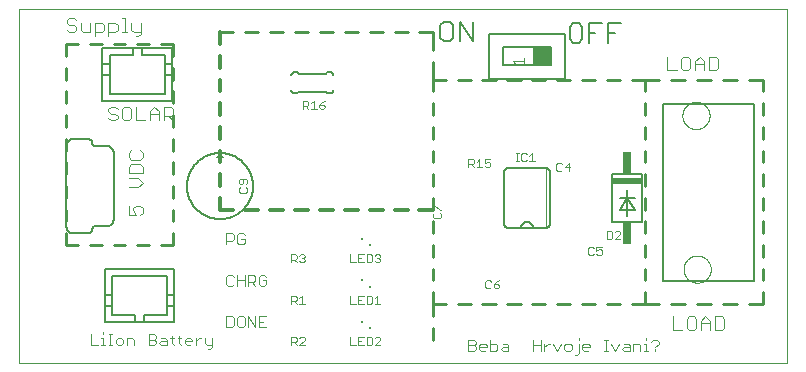
<source format=gto>
G75*
%MOIN*%
%OFA0B0*%
%FSLAX25Y25*%
%IPPOS*%
%LPD*%
%AMOC8*
5,1,8,0,0,1.08239X$1,22.5*
%
%ADD10C,0.00000*%
%ADD11C,0.01000*%
%ADD12C,0.00300*%
%ADD13C,0.01181*%
%ADD14C,0.00600*%
%ADD15C,0.00400*%
%ADD16C,0.00200*%
%ADD17R,0.10000X0.02000*%
%ADD18R,0.03000X0.07500*%
%ADD19C,0.00984*%
%ADD20R,0.00787X0.00787*%
%ADD21C,0.00500*%
%ADD22R,0.06000X0.06000*%
D10*
X0001500Y0057164D02*
X0001500Y0175274D01*
X0257406Y0175274D01*
X0257406Y0057164D01*
X0001500Y0057164D01*
X0222956Y0088503D02*
X0222958Y0088637D01*
X0222964Y0088771D01*
X0222974Y0088905D01*
X0222988Y0089039D01*
X0223006Y0089172D01*
X0223027Y0089304D01*
X0223053Y0089436D01*
X0223083Y0089567D01*
X0223116Y0089697D01*
X0223153Y0089825D01*
X0223195Y0089953D01*
X0223239Y0090080D01*
X0223288Y0090205D01*
X0223340Y0090328D01*
X0223396Y0090450D01*
X0223456Y0090571D01*
X0223519Y0090689D01*
X0223585Y0090806D01*
X0223655Y0090920D01*
X0223728Y0091033D01*
X0223805Y0091143D01*
X0223885Y0091251D01*
X0223968Y0091356D01*
X0224054Y0091459D01*
X0224143Y0091559D01*
X0224235Y0091657D01*
X0224330Y0091752D01*
X0224428Y0091844D01*
X0224528Y0091933D01*
X0224631Y0092019D01*
X0224736Y0092102D01*
X0224844Y0092182D01*
X0224954Y0092259D01*
X0225067Y0092332D01*
X0225181Y0092402D01*
X0225298Y0092468D01*
X0225416Y0092531D01*
X0225537Y0092591D01*
X0225659Y0092647D01*
X0225782Y0092699D01*
X0225907Y0092748D01*
X0226034Y0092792D01*
X0226162Y0092834D01*
X0226290Y0092871D01*
X0226420Y0092904D01*
X0226551Y0092934D01*
X0226683Y0092960D01*
X0226815Y0092981D01*
X0226948Y0092999D01*
X0227082Y0093013D01*
X0227216Y0093023D01*
X0227350Y0093029D01*
X0227484Y0093031D01*
X0227618Y0093029D01*
X0227752Y0093023D01*
X0227886Y0093013D01*
X0228020Y0092999D01*
X0228153Y0092981D01*
X0228285Y0092960D01*
X0228417Y0092934D01*
X0228548Y0092904D01*
X0228678Y0092871D01*
X0228806Y0092834D01*
X0228934Y0092792D01*
X0229061Y0092748D01*
X0229186Y0092699D01*
X0229309Y0092647D01*
X0229431Y0092591D01*
X0229552Y0092531D01*
X0229670Y0092468D01*
X0229787Y0092402D01*
X0229901Y0092332D01*
X0230014Y0092259D01*
X0230124Y0092182D01*
X0230232Y0092102D01*
X0230337Y0092019D01*
X0230440Y0091933D01*
X0230540Y0091844D01*
X0230638Y0091752D01*
X0230733Y0091657D01*
X0230825Y0091559D01*
X0230914Y0091459D01*
X0231000Y0091356D01*
X0231083Y0091251D01*
X0231163Y0091143D01*
X0231240Y0091033D01*
X0231313Y0090920D01*
X0231383Y0090806D01*
X0231449Y0090689D01*
X0231512Y0090571D01*
X0231572Y0090450D01*
X0231628Y0090328D01*
X0231680Y0090205D01*
X0231729Y0090080D01*
X0231773Y0089953D01*
X0231815Y0089825D01*
X0231852Y0089697D01*
X0231885Y0089567D01*
X0231915Y0089436D01*
X0231941Y0089304D01*
X0231962Y0089172D01*
X0231980Y0089039D01*
X0231994Y0088905D01*
X0232004Y0088771D01*
X0232010Y0088637D01*
X0232012Y0088503D01*
X0232010Y0088369D01*
X0232004Y0088235D01*
X0231994Y0088101D01*
X0231980Y0087967D01*
X0231962Y0087834D01*
X0231941Y0087702D01*
X0231915Y0087570D01*
X0231885Y0087439D01*
X0231852Y0087309D01*
X0231815Y0087181D01*
X0231773Y0087053D01*
X0231729Y0086926D01*
X0231680Y0086801D01*
X0231628Y0086678D01*
X0231572Y0086556D01*
X0231512Y0086435D01*
X0231449Y0086317D01*
X0231383Y0086200D01*
X0231313Y0086086D01*
X0231240Y0085973D01*
X0231163Y0085863D01*
X0231083Y0085755D01*
X0231000Y0085650D01*
X0230914Y0085547D01*
X0230825Y0085447D01*
X0230733Y0085349D01*
X0230638Y0085254D01*
X0230540Y0085162D01*
X0230440Y0085073D01*
X0230337Y0084987D01*
X0230232Y0084904D01*
X0230124Y0084824D01*
X0230014Y0084747D01*
X0229901Y0084674D01*
X0229787Y0084604D01*
X0229670Y0084538D01*
X0229552Y0084475D01*
X0229431Y0084415D01*
X0229309Y0084359D01*
X0229186Y0084307D01*
X0229061Y0084258D01*
X0228934Y0084214D01*
X0228806Y0084172D01*
X0228678Y0084135D01*
X0228548Y0084102D01*
X0228417Y0084072D01*
X0228285Y0084046D01*
X0228153Y0084025D01*
X0228020Y0084007D01*
X0227886Y0083993D01*
X0227752Y0083983D01*
X0227618Y0083977D01*
X0227484Y0083975D01*
X0227350Y0083977D01*
X0227216Y0083983D01*
X0227082Y0083993D01*
X0226948Y0084007D01*
X0226815Y0084025D01*
X0226683Y0084046D01*
X0226551Y0084072D01*
X0226420Y0084102D01*
X0226290Y0084135D01*
X0226162Y0084172D01*
X0226034Y0084214D01*
X0225907Y0084258D01*
X0225782Y0084307D01*
X0225659Y0084359D01*
X0225537Y0084415D01*
X0225416Y0084475D01*
X0225298Y0084538D01*
X0225181Y0084604D01*
X0225067Y0084674D01*
X0224954Y0084747D01*
X0224844Y0084824D01*
X0224736Y0084904D01*
X0224631Y0084987D01*
X0224528Y0085073D01*
X0224428Y0085162D01*
X0224330Y0085254D01*
X0224235Y0085349D01*
X0224143Y0085447D01*
X0224054Y0085547D01*
X0223968Y0085650D01*
X0223885Y0085755D01*
X0223805Y0085863D01*
X0223728Y0085973D01*
X0223655Y0086086D01*
X0223585Y0086200D01*
X0223519Y0086317D01*
X0223456Y0086435D01*
X0223396Y0086556D01*
X0223340Y0086678D01*
X0223288Y0086801D01*
X0223239Y0086926D01*
X0223195Y0087053D01*
X0223153Y0087181D01*
X0223116Y0087309D01*
X0223083Y0087439D01*
X0223053Y0087570D01*
X0223027Y0087702D01*
X0223006Y0087834D01*
X0222988Y0087967D01*
X0222974Y0088101D01*
X0222964Y0088235D01*
X0222958Y0088369D01*
X0222956Y0088503D01*
X0222563Y0139684D02*
X0222565Y0139818D01*
X0222571Y0139952D01*
X0222581Y0140086D01*
X0222595Y0140220D01*
X0222613Y0140353D01*
X0222634Y0140485D01*
X0222660Y0140617D01*
X0222690Y0140748D01*
X0222723Y0140878D01*
X0222760Y0141006D01*
X0222802Y0141134D01*
X0222846Y0141261D01*
X0222895Y0141386D01*
X0222947Y0141509D01*
X0223003Y0141631D01*
X0223063Y0141752D01*
X0223126Y0141870D01*
X0223192Y0141987D01*
X0223262Y0142101D01*
X0223335Y0142214D01*
X0223412Y0142324D01*
X0223492Y0142432D01*
X0223575Y0142537D01*
X0223661Y0142640D01*
X0223750Y0142740D01*
X0223842Y0142838D01*
X0223937Y0142933D01*
X0224035Y0143025D01*
X0224135Y0143114D01*
X0224238Y0143200D01*
X0224343Y0143283D01*
X0224451Y0143363D01*
X0224561Y0143440D01*
X0224674Y0143513D01*
X0224788Y0143583D01*
X0224905Y0143649D01*
X0225023Y0143712D01*
X0225144Y0143772D01*
X0225266Y0143828D01*
X0225389Y0143880D01*
X0225514Y0143929D01*
X0225641Y0143973D01*
X0225769Y0144015D01*
X0225897Y0144052D01*
X0226027Y0144085D01*
X0226158Y0144115D01*
X0226290Y0144141D01*
X0226422Y0144162D01*
X0226555Y0144180D01*
X0226689Y0144194D01*
X0226823Y0144204D01*
X0226957Y0144210D01*
X0227091Y0144212D01*
X0227225Y0144210D01*
X0227359Y0144204D01*
X0227493Y0144194D01*
X0227627Y0144180D01*
X0227760Y0144162D01*
X0227892Y0144141D01*
X0228024Y0144115D01*
X0228155Y0144085D01*
X0228285Y0144052D01*
X0228413Y0144015D01*
X0228541Y0143973D01*
X0228668Y0143929D01*
X0228793Y0143880D01*
X0228916Y0143828D01*
X0229038Y0143772D01*
X0229159Y0143712D01*
X0229277Y0143649D01*
X0229394Y0143583D01*
X0229508Y0143513D01*
X0229621Y0143440D01*
X0229731Y0143363D01*
X0229839Y0143283D01*
X0229944Y0143200D01*
X0230047Y0143114D01*
X0230147Y0143025D01*
X0230245Y0142933D01*
X0230340Y0142838D01*
X0230432Y0142740D01*
X0230521Y0142640D01*
X0230607Y0142537D01*
X0230690Y0142432D01*
X0230770Y0142324D01*
X0230847Y0142214D01*
X0230920Y0142101D01*
X0230990Y0141987D01*
X0231056Y0141870D01*
X0231119Y0141752D01*
X0231179Y0141631D01*
X0231235Y0141509D01*
X0231287Y0141386D01*
X0231336Y0141261D01*
X0231380Y0141134D01*
X0231422Y0141006D01*
X0231459Y0140878D01*
X0231492Y0140748D01*
X0231522Y0140617D01*
X0231548Y0140485D01*
X0231569Y0140353D01*
X0231587Y0140220D01*
X0231601Y0140086D01*
X0231611Y0139952D01*
X0231617Y0139818D01*
X0231619Y0139684D01*
X0231617Y0139550D01*
X0231611Y0139416D01*
X0231601Y0139282D01*
X0231587Y0139148D01*
X0231569Y0139015D01*
X0231548Y0138883D01*
X0231522Y0138751D01*
X0231492Y0138620D01*
X0231459Y0138490D01*
X0231422Y0138362D01*
X0231380Y0138234D01*
X0231336Y0138107D01*
X0231287Y0137982D01*
X0231235Y0137859D01*
X0231179Y0137737D01*
X0231119Y0137616D01*
X0231056Y0137498D01*
X0230990Y0137381D01*
X0230920Y0137267D01*
X0230847Y0137154D01*
X0230770Y0137044D01*
X0230690Y0136936D01*
X0230607Y0136831D01*
X0230521Y0136728D01*
X0230432Y0136628D01*
X0230340Y0136530D01*
X0230245Y0136435D01*
X0230147Y0136343D01*
X0230047Y0136254D01*
X0229944Y0136168D01*
X0229839Y0136085D01*
X0229731Y0136005D01*
X0229621Y0135928D01*
X0229508Y0135855D01*
X0229394Y0135785D01*
X0229277Y0135719D01*
X0229159Y0135656D01*
X0229038Y0135596D01*
X0228916Y0135540D01*
X0228793Y0135488D01*
X0228668Y0135439D01*
X0228541Y0135395D01*
X0228413Y0135353D01*
X0228285Y0135316D01*
X0228155Y0135283D01*
X0228024Y0135253D01*
X0227892Y0135227D01*
X0227760Y0135206D01*
X0227627Y0135188D01*
X0227493Y0135174D01*
X0227359Y0135164D01*
X0227225Y0135158D01*
X0227091Y0135156D01*
X0226957Y0135158D01*
X0226823Y0135164D01*
X0226689Y0135174D01*
X0226555Y0135188D01*
X0226422Y0135206D01*
X0226290Y0135227D01*
X0226158Y0135253D01*
X0226027Y0135283D01*
X0225897Y0135316D01*
X0225769Y0135353D01*
X0225641Y0135395D01*
X0225514Y0135439D01*
X0225389Y0135488D01*
X0225266Y0135540D01*
X0225144Y0135596D01*
X0225023Y0135656D01*
X0224905Y0135719D01*
X0224788Y0135785D01*
X0224674Y0135855D01*
X0224561Y0135928D01*
X0224451Y0136005D01*
X0224343Y0136085D01*
X0224238Y0136168D01*
X0224135Y0136254D01*
X0224035Y0136343D01*
X0223937Y0136435D01*
X0223842Y0136530D01*
X0223750Y0136628D01*
X0223661Y0136728D01*
X0223575Y0136831D01*
X0223492Y0136936D01*
X0223412Y0137044D01*
X0223335Y0137154D01*
X0223262Y0137267D01*
X0223192Y0137381D01*
X0223126Y0137498D01*
X0223063Y0137616D01*
X0223003Y0137737D01*
X0222947Y0137859D01*
X0222895Y0137982D01*
X0222846Y0138107D01*
X0222802Y0138234D01*
X0222760Y0138362D01*
X0222723Y0138490D01*
X0222690Y0138620D01*
X0222660Y0138751D01*
X0222634Y0138883D01*
X0222613Y0139015D01*
X0222595Y0139148D01*
X0222581Y0139282D01*
X0222571Y0139416D01*
X0222565Y0139550D01*
X0222563Y0139684D01*
D11*
X0210161Y0139841D02*
X0210161Y0143778D01*
X0210161Y0147715D02*
X0210161Y0151652D01*
X0214886Y0151652D01*
X0210161Y0151652D02*
X0205787Y0151652D01*
X0201850Y0151652D02*
X0197476Y0151652D01*
X0193538Y0151652D02*
X0189164Y0151652D01*
X0185227Y0151652D02*
X0180853Y0151652D01*
X0176916Y0151652D02*
X0172541Y0151652D01*
X0168604Y0151652D02*
X0164230Y0151652D01*
X0160293Y0151652D02*
X0155918Y0151652D01*
X0151981Y0151652D02*
X0147607Y0151652D01*
X0143670Y0151652D02*
X0139295Y0151652D01*
X0139295Y0157558D01*
X0139295Y0161495D02*
X0139295Y0167400D01*
X0134921Y0167400D01*
X0130984Y0167400D02*
X0126609Y0167400D01*
X0122672Y0167400D02*
X0118298Y0167400D01*
X0114361Y0167400D02*
X0109986Y0167400D01*
X0106049Y0167400D02*
X0101675Y0167400D01*
X0097738Y0167400D02*
X0093364Y0167400D01*
X0089427Y0167400D02*
X0085052Y0167400D01*
X0081115Y0167400D02*
X0076741Y0167400D01*
X0072804Y0167400D02*
X0068429Y0167400D01*
X0052681Y0163463D02*
X0052681Y0159526D01*
X0052681Y0155589D02*
X0052681Y0151652D01*
X0052681Y0147715D02*
X0052681Y0143778D01*
X0052681Y0139841D02*
X0052681Y0135904D01*
X0052681Y0131967D02*
X0052681Y0128030D01*
X0052681Y0124093D02*
X0052681Y0120156D01*
X0052681Y0116219D02*
X0052681Y0112282D01*
X0052681Y0108345D02*
X0052681Y0104408D01*
X0052681Y0100471D02*
X0052681Y0096534D01*
X0048744Y0096534D01*
X0044807Y0096534D02*
X0040870Y0096534D01*
X0036933Y0096534D02*
X0032996Y0096534D01*
X0029059Y0096534D02*
X0025122Y0096534D01*
X0021185Y0096534D02*
X0017248Y0096534D01*
X0017248Y0100471D01*
X0017248Y0104408D02*
X0017248Y0108345D01*
X0017248Y0112282D02*
X0017248Y0116219D01*
X0017248Y0120156D02*
X0017248Y0124093D01*
X0017248Y0128030D02*
X0017248Y0131967D01*
X0017248Y0135904D02*
X0017248Y0139841D01*
X0017248Y0143778D02*
X0017248Y0147715D01*
X0017248Y0151652D02*
X0017248Y0155589D01*
X0017248Y0159526D02*
X0017248Y0163463D01*
X0021185Y0163463D01*
X0025122Y0163463D02*
X0029059Y0163463D01*
X0032996Y0163463D02*
X0036933Y0163463D01*
X0040870Y0163463D02*
X0044807Y0163463D01*
X0048744Y0163463D02*
X0052681Y0163463D01*
X0139295Y0151652D02*
X0139295Y0147715D01*
X0139295Y0143778D02*
X0139295Y0139841D01*
X0139295Y0135904D02*
X0139295Y0131967D01*
X0139295Y0128030D02*
X0139295Y0124093D01*
X0139295Y0120156D02*
X0139295Y0116219D01*
X0139295Y0112282D02*
X0139295Y0108345D01*
X0139295Y0104408D02*
X0139295Y0100471D01*
X0139295Y0096534D02*
X0139295Y0092597D01*
X0139295Y0088660D02*
X0139295Y0084723D01*
X0139295Y0080786D02*
X0139295Y0076849D01*
X0139295Y0072912D01*
X0139295Y0068975D02*
X0139295Y0065038D01*
X0139295Y0076849D02*
X0143670Y0076849D01*
X0147607Y0076849D02*
X0151981Y0076849D01*
X0155918Y0076849D02*
X0160293Y0076849D01*
X0164230Y0076849D02*
X0168604Y0076849D01*
X0172541Y0076849D02*
X0176916Y0076849D01*
X0180853Y0076849D02*
X0185227Y0076849D01*
X0189164Y0076849D02*
X0193538Y0076849D01*
X0197476Y0076849D02*
X0201850Y0076849D01*
X0205787Y0076849D02*
X0210161Y0076849D01*
X0214886Y0076849D01*
X0210161Y0076849D02*
X0210161Y0080786D01*
X0210161Y0084723D02*
X0210161Y0088660D01*
X0210161Y0092597D02*
X0210161Y0096534D01*
X0210161Y0100471D02*
X0210161Y0104408D01*
X0210161Y0108345D02*
X0210161Y0112282D01*
X0210161Y0116219D02*
X0210161Y0120156D01*
X0210161Y0124093D02*
X0210161Y0128030D01*
X0210161Y0131967D02*
X0210161Y0135904D01*
X0218823Y0151652D02*
X0223547Y0151652D01*
X0227484Y0151652D02*
X0232209Y0151652D01*
X0236146Y0151652D02*
X0240870Y0151652D01*
X0244807Y0151652D02*
X0249531Y0151652D01*
X0249531Y0147715D01*
X0249531Y0143778D02*
X0249531Y0139841D01*
X0249531Y0135904D02*
X0249531Y0131967D01*
X0249531Y0128030D02*
X0249531Y0124093D01*
X0249531Y0120156D02*
X0249531Y0116219D01*
X0249531Y0112282D02*
X0249531Y0108345D01*
X0249531Y0104408D02*
X0249531Y0100471D01*
X0249531Y0096534D02*
X0249531Y0092597D01*
X0249531Y0088660D02*
X0249531Y0084723D01*
X0249531Y0080786D02*
X0249531Y0076849D01*
X0244807Y0076849D01*
X0240870Y0076849D02*
X0236146Y0076849D01*
X0232209Y0076849D02*
X0227484Y0076849D01*
X0223547Y0076849D02*
X0218823Y0076849D01*
D12*
X0214002Y0064891D02*
X0214609Y0064285D01*
X0214609Y0063678D01*
X0213396Y0062465D01*
X0213396Y0061858D02*
X0213396Y0061251D01*
X0210979Y0061251D02*
X0209765Y0061251D01*
X0210372Y0061251D02*
X0210372Y0063678D01*
X0209765Y0063678D01*
X0208567Y0063071D02*
X0208567Y0061251D01*
X0208567Y0063071D02*
X0207960Y0063678D01*
X0206140Y0063678D01*
X0206140Y0061251D01*
X0204942Y0061251D02*
X0203122Y0061251D01*
X0202515Y0061858D01*
X0203122Y0062465D01*
X0204942Y0062465D01*
X0204942Y0063071D02*
X0204942Y0061251D01*
X0204942Y0063071D02*
X0204335Y0063678D01*
X0203122Y0063678D01*
X0201317Y0063678D02*
X0200103Y0061251D01*
X0198890Y0063678D01*
X0197687Y0064891D02*
X0196473Y0064891D01*
X0197080Y0064891D02*
X0197080Y0061251D01*
X0196473Y0061251D02*
X0197687Y0061251D01*
X0191650Y0062465D02*
X0189223Y0062465D01*
X0189223Y0063071D02*
X0189223Y0061858D01*
X0189830Y0061251D01*
X0191043Y0061251D01*
X0191650Y0062465D02*
X0191650Y0063071D01*
X0191043Y0063678D01*
X0189830Y0063678D01*
X0189223Y0063071D01*
X0188020Y0063678D02*
X0188020Y0060645D01*
X0187413Y0060038D01*
X0186806Y0060038D01*
X0185001Y0061251D02*
X0185608Y0061858D01*
X0185608Y0063071D01*
X0185001Y0063678D01*
X0183788Y0063678D01*
X0183181Y0063071D01*
X0183181Y0061858D01*
X0183788Y0061251D01*
X0185001Y0061251D01*
X0181983Y0063678D02*
X0180769Y0061251D01*
X0179556Y0063678D01*
X0178355Y0063678D02*
X0177748Y0063678D01*
X0176535Y0062465D01*
X0176535Y0063678D02*
X0176535Y0061251D01*
X0175337Y0061251D02*
X0175337Y0064891D01*
X0175337Y0063071D02*
X0172910Y0063071D01*
X0172910Y0061251D02*
X0172910Y0064891D01*
X0164558Y0063071D02*
X0164558Y0061251D01*
X0162738Y0061251D01*
X0162132Y0061858D01*
X0162738Y0062465D01*
X0164558Y0062465D01*
X0164558Y0063071D02*
X0163952Y0063678D01*
X0162738Y0063678D01*
X0160933Y0063071D02*
X0160327Y0063678D01*
X0158507Y0063678D01*
X0158507Y0064891D02*
X0158507Y0061251D01*
X0160327Y0061251D01*
X0160933Y0061858D01*
X0160933Y0063071D01*
X0157308Y0063071D02*
X0157308Y0062465D01*
X0154881Y0062465D01*
X0154881Y0063071D02*
X0154881Y0061858D01*
X0155488Y0061251D01*
X0156701Y0061251D01*
X0157308Y0063071D02*
X0156701Y0063678D01*
X0155488Y0063678D01*
X0154881Y0063071D01*
X0153683Y0062465D02*
X0153076Y0063071D01*
X0151256Y0063071D01*
X0151256Y0061251D02*
X0153076Y0061251D01*
X0153683Y0061858D01*
X0153683Y0062465D01*
X0153076Y0063071D02*
X0153683Y0063678D01*
X0153683Y0064285D01*
X0153076Y0064891D01*
X0151256Y0064891D01*
X0151256Y0061251D01*
X0188020Y0064891D02*
X0188020Y0065498D01*
X0210372Y0065498D02*
X0210372Y0064891D01*
X0212182Y0064285D02*
X0212789Y0064891D01*
X0214002Y0064891D01*
X0201800Y0098578D02*
X0200030Y0098578D01*
X0201800Y0100348D01*
X0201800Y0100791D01*
X0201358Y0101233D01*
X0200473Y0101233D01*
X0200030Y0100791D01*
X0199081Y0100791D02*
X0199081Y0099021D01*
X0198639Y0098578D01*
X0197311Y0098578D01*
X0197311Y0101233D01*
X0198639Y0101233D01*
X0199081Y0100791D01*
X0173365Y0124562D02*
X0171595Y0124562D01*
X0172480Y0124562D02*
X0172480Y0127217D01*
X0171595Y0126332D01*
X0170646Y0126775D02*
X0170203Y0127217D01*
X0169318Y0127217D01*
X0168876Y0126775D01*
X0168876Y0125005D01*
X0169318Y0124562D01*
X0170203Y0124562D01*
X0170646Y0125005D01*
X0167948Y0124562D02*
X0167063Y0124562D01*
X0167506Y0124562D02*
X0167506Y0127217D01*
X0167948Y0127217D02*
X0167063Y0127217D01*
X0167173Y0156493D02*
X0165938Y0157728D01*
X0169641Y0157728D01*
X0169641Y0158962D02*
X0169641Y0156493D01*
X0103359Y0144609D02*
X0102474Y0144166D01*
X0101589Y0143281D01*
X0102917Y0143281D01*
X0103359Y0142839D01*
X0103359Y0142396D01*
X0102917Y0141954D01*
X0102032Y0141954D01*
X0101589Y0142396D01*
X0101589Y0143281D01*
X0100640Y0141954D02*
X0098870Y0141954D01*
X0099755Y0141954D02*
X0099755Y0144609D01*
X0098870Y0143724D01*
X0097922Y0144166D02*
X0097479Y0144609D01*
X0096152Y0144609D01*
X0096152Y0141954D01*
X0096152Y0142839D02*
X0097479Y0142839D01*
X0097922Y0143281D01*
X0097922Y0144166D01*
X0097037Y0142839D02*
X0097922Y0141954D01*
X0077033Y0118524D02*
X0075263Y0118524D01*
X0074821Y0118081D01*
X0074821Y0117196D01*
X0075263Y0116754D01*
X0075706Y0116754D01*
X0076148Y0117196D01*
X0076148Y0118524D01*
X0077033Y0118524D02*
X0077476Y0118081D01*
X0077476Y0117196D01*
X0077033Y0116754D01*
X0077033Y0115805D02*
X0077476Y0115362D01*
X0077476Y0114477D01*
X0077033Y0114035D01*
X0075263Y0114035D01*
X0074821Y0114477D01*
X0074821Y0115362D01*
X0075263Y0115805D01*
X0074779Y0100403D02*
X0074173Y0099796D01*
X0074173Y0097370D01*
X0074779Y0096763D01*
X0075993Y0096763D01*
X0076600Y0097370D01*
X0076600Y0098583D01*
X0075386Y0098583D01*
X0076600Y0099796D02*
X0075993Y0100403D01*
X0074779Y0100403D01*
X0072974Y0099796D02*
X0072974Y0098583D01*
X0072368Y0097976D01*
X0070548Y0097976D01*
X0070548Y0096763D02*
X0070548Y0100403D01*
X0072368Y0100403D01*
X0072974Y0099796D01*
X0072368Y0086545D02*
X0071154Y0086545D01*
X0070548Y0085938D01*
X0070548Y0083511D01*
X0071154Y0082905D01*
X0072368Y0082905D01*
X0072974Y0083511D01*
X0074173Y0082905D02*
X0074173Y0086545D01*
X0072974Y0085938D02*
X0072368Y0086545D01*
X0074173Y0084725D02*
X0076600Y0084725D01*
X0077798Y0084118D02*
X0079618Y0084118D01*
X0080225Y0084725D01*
X0080225Y0085938D01*
X0079618Y0086545D01*
X0077798Y0086545D01*
X0077798Y0082905D01*
X0076600Y0082905D02*
X0076600Y0086545D01*
X0079011Y0084118D02*
X0080225Y0082905D01*
X0081423Y0083511D02*
X0082030Y0082905D01*
X0083243Y0082905D01*
X0083850Y0083511D01*
X0083850Y0084725D01*
X0082636Y0084725D01*
X0081423Y0085938D02*
X0081423Y0083511D01*
X0081423Y0085938D02*
X0082030Y0086545D01*
X0083243Y0086545D01*
X0083850Y0085938D01*
X0083850Y0072765D02*
X0081423Y0072765D01*
X0081423Y0069125D01*
X0083850Y0069125D01*
X0082636Y0070945D02*
X0081423Y0070945D01*
X0080225Y0069125D02*
X0080225Y0072765D01*
X0077798Y0072765D02*
X0080225Y0069125D01*
X0077798Y0069125D02*
X0077798Y0072765D01*
X0076600Y0072159D02*
X0076600Y0069732D01*
X0075993Y0069125D01*
X0074779Y0069125D01*
X0074173Y0069732D01*
X0074173Y0072159D01*
X0074779Y0072765D01*
X0075993Y0072765D01*
X0076600Y0072159D01*
X0072974Y0072159D02*
X0072974Y0069732D01*
X0072368Y0069125D01*
X0070548Y0069125D01*
X0070548Y0072765D01*
X0072368Y0072765D01*
X0072974Y0072159D01*
X0065763Y0065646D02*
X0065763Y0062613D01*
X0065156Y0062006D01*
X0064549Y0062006D01*
X0063943Y0063220D02*
X0065763Y0063220D01*
X0063943Y0063220D02*
X0063336Y0063826D01*
X0063336Y0065646D01*
X0062135Y0065646D02*
X0061528Y0065646D01*
X0060315Y0064433D01*
X0059117Y0064433D02*
X0059117Y0065040D01*
X0058510Y0065646D01*
X0057297Y0065646D01*
X0056690Y0065040D01*
X0056690Y0063826D01*
X0057297Y0063220D01*
X0058510Y0063220D01*
X0059117Y0064433D02*
X0056690Y0064433D01*
X0055486Y0063220D02*
X0054880Y0063826D01*
X0054880Y0066253D01*
X0055486Y0065646D02*
X0054273Y0065646D01*
X0053070Y0065646D02*
X0051856Y0065646D01*
X0052463Y0066253D02*
X0052463Y0063826D01*
X0053070Y0063220D01*
X0050658Y0063220D02*
X0050658Y0065040D01*
X0050051Y0065646D01*
X0048838Y0065646D01*
X0048838Y0064433D02*
X0050658Y0064433D01*
X0050658Y0063220D02*
X0048838Y0063220D01*
X0048231Y0063826D01*
X0048838Y0064433D01*
X0047033Y0064433D02*
X0047033Y0063826D01*
X0046426Y0063220D01*
X0044606Y0063220D01*
X0044606Y0066860D01*
X0046426Y0066860D01*
X0047033Y0066253D01*
X0047033Y0065646D01*
X0046426Y0065040D01*
X0044606Y0065040D01*
X0046426Y0065040D02*
X0047033Y0064433D01*
X0039783Y0065040D02*
X0039783Y0063220D01*
X0039783Y0065040D02*
X0039176Y0065646D01*
X0037356Y0065646D01*
X0037356Y0063220D01*
X0036157Y0063826D02*
X0036157Y0065040D01*
X0035551Y0065646D01*
X0034337Y0065646D01*
X0033731Y0065040D01*
X0033731Y0063826D01*
X0034337Y0063220D01*
X0035551Y0063220D01*
X0036157Y0063826D01*
X0032527Y0063220D02*
X0031314Y0063220D01*
X0031921Y0063220D02*
X0031921Y0066860D01*
X0032527Y0066860D02*
X0031314Y0066860D01*
X0029504Y0066860D02*
X0029504Y0067467D01*
X0029504Y0065646D02*
X0029504Y0063220D01*
X0028897Y0063220D02*
X0030111Y0063220D01*
X0027699Y0063220D02*
X0025272Y0063220D01*
X0025272Y0066860D01*
X0028897Y0065646D02*
X0029504Y0065646D01*
X0060315Y0065646D02*
X0060315Y0063220D01*
D13*
X0068429Y0108345D02*
X0068429Y0112282D01*
X0068429Y0108345D02*
X0072804Y0108345D01*
X0076741Y0108345D02*
X0081115Y0108345D01*
X0085052Y0108345D02*
X0089427Y0108345D01*
X0093364Y0108345D02*
X0097738Y0108345D01*
X0101675Y0108345D02*
X0106049Y0108345D01*
X0109986Y0108345D02*
X0114361Y0108345D01*
X0118298Y0108345D02*
X0122672Y0108345D01*
X0126609Y0108345D02*
X0130984Y0108345D01*
X0134921Y0108345D02*
X0139295Y0108345D01*
X0068429Y0116219D02*
X0068429Y0120156D01*
X0068429Y0124093D02*
X0068429Y0128030D01*
X0068429Y0131967D02*
X0068429Y0135904D01*
X0068429Y0139841D02*
X0068429Y0143778D01*
X0068429Y0147715D02*
X0068429Y0151652D01*
X0068429Y0155589D02*
X0068429Y0159526D01*
X0068429Y0163463D02*
X0068429Y0167400D01*
D14*
X0093217Y0154208D02*
X0094217Y0154208D01*
X0094717Y0153708D01*
X0103717Y0153708D01*
X0104217Y0154208D01*
X0105217Y0154208D01*
X0105277Y0154206D01*
X0105338Y0154201D01*
X0105397Y0154192D01*
X0105456Y0154179D01*
X0105515Y0154163D01*
X0105572Y0154143D01*
X0105627Y0154120D01*
X0105682Y0154093D01*
X0105734Y0154064D01*
X0105785Y0154031D01*
X0105834Y0153995D01*
X0105880Y0153957D01*
X0105924Y0153915D01*
X0105966Y0153871D01*
X0106004Y0153825D01*
X0106040Y0153776D01*
X0106073Y0153725D01*
X0106102Y0153673D01*
X0106129Y0153618D01*
X0106152Y0153563D01*
X0106172Y0153506D01*
X0106188Y0153447D01*
X0106201Y0153388D01*
X0106210Y0153329D01*
X0106215Y0153268D01*
X0106217Y0153208D01*
X0106217Y0148208D02*
X0106215Y0148148D01*
X0106210Y0148087D01*
X0106201Y0148028D01*
X0106188Y0147969D01*
X0106172Y0147910D01*
X0106152Y0147853D01*
X0106129Y0147798D01*
X0106102Y0147743D01*
X0106073Y0147691D01*
X0106040Y0147640D01*
X0106004Y0147591D01*
X0105966Y0147545D01*
X0105924Y0147501D01*
X0105880Y0147459D01*
X0105834Y0147421D01*
X0105785Y0147385D01*
X0105734Y0147352D01*
X0105682Y0147323D01*
X0105627Y0147296D01*
X0105572Y0147273D01*
X0105515Y0147253D01*
X0105456Y0147237D01*
X0105397Y0147224D01*
X0105338Y0147215D01*
X0105277Y0147210D01*
X0105217Y0147208D01*
X0104217Y0147208D01*
X0103717Y0147708D01*
X0094717Y0147708D01*
X0094217Y0147208D01*
X0093217Y0147208D01*
X0093157Y0147210D01*
X0093096Y0147215D01*
X0093037Y0147224D01*
X0092978Y0147237D01*
X0092919Y0147253D01*
X0092862Y0147273D01*
X0092807Y0147296D01*
X0092752Y0147323D01*
X0092700Y0147352D01*
X0092649Y0147385D01*
X0092600Y0147421D01*
X0092554Y0147459D01*
X0092510Y0147501D01*
X0092468Y0147545D01*
X0092430Y0147591D01*
X0092394Y0147640D01*
X0092361Y0147691D01*
X0092332Y0147743D01*
X0092305Y0147798D01*
X0092282Y0147853D01*
X0092262Y0147910D01*
X0092246Y0147969D01*
X0092233Y0148028D01*
X0092224Y0148087D01*
X0092219Y0148148D01*
X0092217Y0148208D01*
X0092217Y0153208D02*
X0092219Y0153268D01*
X0092224Y0153329D01*
X0092233Y0153388D01*
X0092246Y0153447D01*
X0092262Y0153506D01*
X0092282Y0153563D01*
X0092305Y0153618D01*
X0092332Y0153673D01*
X0092361Y0153725D01*
X0092394Y0153776D01*
X0092430Y0153825D01*
X0092468Y0153871D01*
X0092510Y0153915D01*
X0092554Y0153957D01*
X0092600Y0153995D01*
X0092649Y0154031D01*
X0092700Y0154064D01*
X0092752Y0154093D01*
X0092807Y0154120D01*
X0092862Y0154143D01*
X0092919Y0154163D01*
X0092978Y0154179D01*
X0093037Y0154192D01*
X0093096Y0154201D01*
X0093157Y0154206D01*
X0093217Y0154208D01*
X0068429Y0126719D02*
X0068429Y0124719D01*
X0067429Y0125719D02*
X0069429Y0125719D01*
X0057429Y0116219D02*
X0057432Y0116489D01*
X0057442Y0116759D01*
X0057459Y0117028D01*
X0057482Y0117297D01*
X0057512Y0117566D01*
X0057548Y0117833D01*
X0057591Y0118100D01*
X0057640Y0118365D01*
X0057696Y0118629D01*
X0057759Y0118892D01*
X0057827Y0119153D01*
X0057903Y0119412D01*
X0057984Y0119669D01*
X0058072Y0119925D01*
X0058166Y0120178D01*
X0058266Y0120429D01*
X0058373Y0120677D01*
X0058485Y0120922D01*
X0058604Y0121165D01*
X0058728Y0121404D01*
X0058858Y0121641D01*
X0058994Y0121874D01*
X0059136Y0122104D01*
X0059283Y0122330D01*
X0059436Y0122553D01*
X0059594Y0122772D01*
X0059757Y0122987D01*
X0059926Y0123197D01*
X0060100Y0123404D01*
X0060279Y0123606D01*
X0060462Y0123804D01*
X0060651Y0123997D01*
X0060844Y0124186D01*
X0061042Y0124369D01*
X0061244Y0124548D01*
X0061451Y0124722D01*
X0061661Y0124891D01*
X0061876Y0125054D01*
X0062095Y0125212D01*
X0062318Y0125365D01*
X0062544Y0125512D01*
X0062774Y0125654D01*
X0063007Y0125790D01*
X0063244Y0125920D01*
X0063483Y0126044D01*
X0063726Y0126163D01*
X0063971Y0126275D01*
X0064219Y0126382D01*
X0064470Y0126482D01*
X0064723Y0126576D01*
X0064979Y0126664D01*
X0065236Y0126745D01*
X0065495Y0126821D01*
X0065756Y0126889D01*
X0066019Y0126952D01*
X0066283Y0127008D01*
X0066548Y0127057D01*
X0066815Y0127100D01*
X0067082Y0127136D01*
X0067351Y0127166D01*
X0067620Y0127189D01*
X0067889Y0127206D01*
X0068159Y0127216D01*
X0068429Y0127219D01*
X0068699Y0127216D01*
X0068969Y0127206D01*
X0069238Y0127189D01*
X0069507Y0127166D01*
X0069776Y0127136D01*
X0070043Y0127100D01*
X0070310Y0127057D01*
X0070575Y0127008D01*
X0070839Y0126952D01*
X0071102Y0126889D01*
X0071363Y0126821D01*
X0071622Y0126745D01*
X0071879Y0126664D01*
X0072135Y0126576D01*
X0072388Y0126482D01*
X0072639Y0126382D01*
X0072887Y0126275D01*
X0073132Y0126163D01*
X0073375Y0126044D01*
X0073614Y0125920D01*
X0073851Y0125790D01*
X0074084Y0125654D01*
X0074314Y0125512D01*
X0074540Y0125365D01*
X0074763Y0125212D01*
X0074982Y0125054D01*
X0075197Y0124891D01*
X0075407Y0124722D01*
X0075614Y0124548D01*
X0075816Y0124369D01*
X0076014Y0124186D01*
X0076207Y0123997D01*
X0076396Y0123804D01*
X0076579Y0123606D01*
X0076758Y0123404D01*
X0076932Y0123197D01*
X0077101Y0122987D01*
X0077264Y0122772D01*
X0077422Y0122553D01*
X0077575Y0122330D01*
X0077722Y0122104D01*
X0077864Y0121874D01*
X0078000Y0121641D01*
X0078130Y0121404D01*
X0078254Y0121165D01*
X0078373Y0120922D01*
X0078485Y0120677D01*
X0078592Y0120429D01*
X0078692Y0120178D01*
X0078786Y0119925D01*
X0078874Y0119669D01*
X0078955Y0119412D01*
X0079031Y0119153D01*
X0079099Y0118892D01*
X0079162Y0118629D01*
X0079218Y0118365D01*
X0079267Y0118100D01*
X0079310Y0117833D01*
X0079346Y0117566D01*
X0079376Y0117297D01*
X0079399Y0117028D01*
X0079416Y0116759D01*
X0079426Y0116489D01*
X0079429Y0116219D01*
X0079426Y0115949D01*
X0079416Y0115679D01*
X0079399Y0115410D01*
X0079376Y0115141D01*
X0079346Y0114872D01*
X0079310Y0114605D01*
X0079267Y0114338D01*
X0079218Y0114073D01*
X0079162Y0113809D01*
X0079099Y0113546D01*
X0079031Y0113285D01*
X0078955Y0113026D01*
X0078874Y0112769D01*
X0078786Y0112513D01*
X0078692Y0112260D01*
X0078592Y0112009D01*
X0078485Y0111761D01*
X0078373Y0111516D01*
X0078254Y0111273D01*
X0078130Y0111034D01*
X0078000Y0110797D01*
X0077864Y0110564D01*
X0077722Y0110334D01*
X0077575Y0110108D01*
X0077422Y0109885D01*
X0077264Y0109666D01*
X0077101Y0109451D01*
X0076932Y0109241D01*
X0076758Y0109034D01*
X0076579Y0108832D01*
X0076396Y0108634D01*
X0076207Y0108441D01*
X0076014Y0108252D01*
X0075816Y0108069D01*
X0075614Y0107890D01*
X0075407Y0107716D01*
X0075197Y0107547D01*
X0074982Y0107384D01*
X0074763Y0107226D01*
X0074540Y0107073D01*
X0074314Y0106926D01*
X0074084Y0106784D01*
X0073851Y0106648D01*
X0073614Y0106518D01*
X0073375Y0106394D01*
X0073132Y0106275D01*
X0072887Y0106163D01*
X0072639Y0106056D01*
X0072388Y0105956D01*
X0072135Y0105862D01*
X0071879Y0105774D01*
X0071622Y0105693D01*
X0071363Y0105617D01*
X0071102Y0105549D01*
X0070839Y0105486D01*
X0070575Y0105430D01*
X0070310Y0105381D01*
X0070043Y0105338D01*
X0069776Y0105302D01*
X0069507Y0105272D01*
X0069238Y0105249D01*
X0068969Y0105232D01*
X0068699Y0105222D01*
X0068429Y0105219D01*
X0068159Y0105222D01*
X0067889Y0105232D01*
X0067620Y0105249D01*
X0067351Y0105272D01*
X0067082Y0105302D01*
X0066815Y0105338D01*
X0066548Y0105381D01*
X0066283Y0105430D01*
X0066019Y0105486D01*
X0065756Y0105549D01*
X0065495Y0105617D01*
X0065236Y0105693D01*
X0064979Y0105774D01*
X0064723Y0105862D01*
X0064470Y0105956D01*
X0064219Y0106056D01*
X0063971Y0106163D01*
X0063726Y0106275D01*
X0063483Y0106394D01*
X0063244Y0106518D01*
X0063007Y0106648D01*
X0062774Y0106784D01*
X0062544Y0106926D01*
X0062318Y0107073D01*
X0062095Y0107226D01*
X0061876Y0107384D01*
X0061661Y0107547D01*
X0061451Y0107716D01*
X0061244Y0107890D01*
X0061042Y0108069D01*
X0060844Y0108252D01*
X0060651Y0108441D01*
X0060462Y0108634D01*
X0060279Y0108832D01*
X0060100Y0109034D01*
X0059926Y0109241D01*
X0059757Y0109451D01*
X0059594Y0109666D01*
X0059436Y0109885D01*
X0059283Y0110108D01*
X0059136Y0110334D01*
X0058994Y0110564D01*
X0058858Y0110797D01*
X0058728Y0111034D01*
X0058604Y0111273D01*
X0058485Y0111516D01*
X0058373Y0111761D01*
X0058266Y0112009D01*
X0058166Y0112260D01*
X0058072Y0112513D01*
X0057984Y0112769D01*
X0057903Y0113026D01*
X0057827Y0113285D01*
X0057759Y0113546D01*
X0057696Y0113809D01*
X0057640Y0114073D01*
X0057591Y0114338D01*
X0057548Y0114605D01*
X0057512Y0114872D01*
X0057482Y0115141D01*
X0057459Y0115410D01*
X0057442Y0115679D01*
X0057432Y0115949D01*
X0057429Y0116219D01*
X0141918Y0165461D02*
X0142986Y0164393D01*
X0145121Y0164393D01*
X0146188Y0165461D01*
X0146188Y0169731D01*
X0145121Y0170799D01*
X0142986Y0170799D01*
X0141918Y0169731D01*
X0141918Y0165461D01*
X0148364Y0164393D02*
X0148364Y0170799D01*
X0152634Y0164393D01*
X0152634Y0170799D01*
X0158191Y0167026D02*
X0183391Y0167026D01*
X0183391Y0152026D01*
X0158191Y0152026D01*
X0158191Y0167026D01*
X0162791Y0162526D02*
X0178791Y0162526D01*
X0178791Y0156526D01*
X0162791Y0156526D01*
X0162791Y0162526D01*
X0184944Y0165075D02*
X0186011Y0164008D01*
X0188147Y0164008D01*
X0189214Y0165075D01*
X0189214Y0169345D01*
X0188147Y0170413D01*
X0186011Y0170413D01*
X0184944Y0169345D01*
X0184944Y0165075D01*
X0191389Y0164008D02*
X0191389Y0170413D01*
X0195660Y0170413D01*
X0197835Y0170413D02*
X0202105Y0170413D01*
X0199970Y0167210D02*
X0197835Y0167210D01*
X0197835Y0164008D02*
X0197835Y0170413D01*
X0193524Y0167210D02*
X0191389Y0167210D01*
X0176991Y0122282D02*
X0164591Y0122282D01*
X0164515Y0122280D01*
X0164439Y0122274D01*
X0164364Y0122265D01*
X0164289Y0122251D01*
X0164215Y0122234D01*
X0164142Y0122213D01*
X0164070Y0122189D01*
X0163999Y0122160D01*
X0163930Y0122129D01*
X0163863Y0122094D01*
X0163798Y0122055D01*
X0163734Y0122013D01*
X0163673Y0121968D01*
X0163614Y0121920D01*
X0163558Y0121869D01*
X0163504Y0121815D01*
X0163453Y0121759D01*
X0163405Y0121700D01*
X0163360Y0121639D01*
X0163318Y0121575D01*
X0163279Y0121510D01*
X0163244Y0121443D01*
X0163213Y0121374D01*
X0163184Y0121303D01*
X0163160Y0121231D01*
X0163139Y0121158D01*
X0163122Y0121084D01*
X0163108Y0121009D01*
X0163099Y0120934D01*
X0163093Y0120858D01*
X0163091Y0120782D01*
X0163091Y0103782D01*
X0163093Y0103706D01*
X0163099Y0103630D01*
X0163108Y0103555D01*
X0163122Y0103480D01*
X0163139Y0103406D01*
X0163160Y0103333D01*
X0163184Y0103261D01*
X0163213Y0103190D01*
X0163244Y0103121D01*
X0163279Y0103054D01*
X0163318Y0102989D01*
X0163360Y0102925D01*
X0163405Y0102864D01*
X0163453Y0102805D01*
X0163504Y0102749D01*
X0163558Y0102695D01*
X0163614Y0102644D01*
X0163673Y0102596D01*
X0163734Y0102551D01*
X0163798Y0102509D01*
X0163863Y0102470D01*
X0163930Y0102435D01*
X0163999Y0102404D01*
X0164070Y0102375D01*
X0164142Y0102351D01*
X0164215Y0102330D01*
X0164289Y0102313D01*
X0164364Y0102299D01*
X0164439Y0102290D01*
X0164515Y0102284D01*
X0164591Y0102282D01*
X0176991Y0102282D01*
X0177067Y0102284D01*
X0177143Y0102290D01*
X0177218Y0102299D01*
X0177293Y0102313D01*
X0177367Y0102330D01*
X0177440Y0102351D01*
X0177512Y0102375D01*
X0177583Y0102404D01*
X0177652Y0102435D01*
X0177719Y0102470D01*
X0177784Y0102509D01*
X0177848Y0102551D01*
X0177909Y0102596D01*
X0177968Y0102644D01*
X0178024Y0102695D01*
X0178078Y0102749D01*
X0178129Y0102805D01*
X0178177Y0102864D01*
X0178222Y0102925D01*
X0178264Y0102989D01*
X0178303Y0103054D01*
X0178338Y0103121D01*
X0178369Y0103190D01*
X0178398Y0103261D01*
X0178422Y0103333D01*
X0178443Y0103406D01*
X0178460Y0103480D01*
X0178474Y0103555D01*
X0178483Y0103630D01*
X0178489Y0103706D01*
X0178491Y0103782D01*
X0178491Y0120782D01*
X0178489Y0120858D01*
X0178483Y0120934D01*
X0178474Y0121009D01*
X0178460Y0121084D01*
X0178443Y0121158D01*
X0178422Y0121231D01*
X0178398Y0121303D01*
X0178369Y0121374D01*
X0178338Y0121443D01*
X0178303Y0121510D01*
X0178264Y0121575D01*
X0178222Y0121639D01*
X0178177Y0121700D01*
X0178129Y0121759D01*
X0178078Y0121815D01*
X0178024Y0121869D01*
X0177968Y0121920D01*
X0177909Y0121968D01*
X0177848Y0122013D01*
X0177784Y0122055D01*
X0177719Y0122094D01*
X0177652Y0122129D01*
X0177583Y0122160D01*
X0177512Y0122189D01*
X0177440Y0122213D01*
X0177367Y0122234D01*
X0177293Y0122251D01*
X0177218Y0122265D01*
X0177143Y0122274D01*
X0177067Y0122280D01*
X0176991Y0122282D01*
X0199256Y0120282D02*
X0209256Y0120282D01*
X0209256Y0104282D01*
X0199256Y0104282D01*
X0199256Y0120282D01*
X0204256Y0114782D02*
X0204256Y0112282D01*
X0201756Y0112282D01*
X0204256Y0112282D02*
X0206756Y0112282D01*
X0204256Y0112282D02*
X0206756Y0108282D01*
X0201756Y0108282D01*
X0204256Y0112282D01*
X0204256Y0106282D01*
X0172791Y0102282D02*
X0172789Y0102370D01*
X0172783Y0102459D01*
X0172773Y0102547D01*
X0172760Y0102634D01*
X0172742Y0102721D01*
X0172721Y0102807D01*
X0172696Y0102892D01*
X0172667Y0102975D01*
X0172634Y0103058D01*
X0172598Y0103138D01*
X0172559Y0103217D01*
X0172516Y0103295D01*
X0172469Y0103370D01*
X0172419Y0103443D01*
X0172366Y0103514D01*
X0172310Y0103583D01*
X0172251Y0103649D01*
X0172189Y0103712D01*
X0172125Y0103772D01*
X0172058Y0103830D01*
X0171988Y0103884D01*
X0171916Y0103936D01*
X0171842Y0103984D01*
X0171765Y0104029D01*
X0171687Y0104070D01*
X0171607Y0104108D01*
X0171526Y0104142D01*
X0171443Y0104173D01*
X0171358Y0104200D01*
X0171273Y0104223D01*
X0171187Y0104242D01*
X0171099Y0104258D01*
X0171012Y0104270D01*
X0170924Y0104278D01*
X0170835Y0104282D01*
X0170747Y0104282D01*
X0170658Y0104278D01*
X0170570Y0104270D01*
X0170483Y0104258D01*
X0170395Y0104242D01*
X0170309Y0104223D01*
X0170224Y0104200D01*
X0170139Y0104173D01*
X0170056Y0104142D01*
X0169975Y0104108D01*
X0169895Y0104070D01*
X0169817Y0104029D01*
X0169740Y0103984D01*
X0169666Y0103936D01*
X0169594Y0103884D01*
X0169524Y0103830D01*
X0169457Y0103772D01*
X0169393Y0103712D01*
X0169331Y0103649D01*
X0169272Y0103583D01*
X0169216Y0103514D01*
X0169163Y0103443D01*
X0169113Y0103370D01*
X0169066Y0103295D01*
X0169023Y0103217D01*
X0168984Y0103138D01*
X0168948Y0103058D01*
X0168915Y0102975D01*
X0168886Y0102892D01*
X0168861Y0102807D01*
X0168840Y0102721D01*
X0168822Y0102634D01*
X0168809Y0102547D01*
X0168799Y0102459D01*
X0168793Y0102370D01*
X0168791Y0102282D01*
D15*
X0219505Y0072716D02*
X0219505Y0068112D01*
X0222574Y0068112D01*
X0224109Y0068880D02*
X0224876Y0068112D01*
X0226411Y0068112D01*
X0227178Y0068880D01*
X0227178Y0071949D01*
X0226411Y0072716D01*
X0224876Y0072716D01*
X0224109Y0071949D01*
X0224109Y0068880D01*
X0228713Y0068112D02*
X0228713Y0071182D01*
X0230247Y0072716D01*
X0231782Y0071182D01*
X0231782Y0068112D01*
X0233317Y0068112D02*
X0235618Y0068112D01*
X0236386Y0068880D01*
X0236386Y0071949D01*
X0235618Y0072716D01*
X0233317Y0072716D01*
X0233317Y0068112D01*
X0231782Y0070414D02*
X0228713Y0070414D01*
X0229813Y0154726D02*
X0229813Y0157796D01*
X0228279Y0159330D01*
X0226744Y0157796D01*
X0226744Y0154726D01*
X0225209Y0155494D02*
X0225209Y0158563D01*
X0224442Y0159330D01*
X0222907Y0159330D01*
X0222140Y0158563D01*
X0222140Y0155494D01*
X0222907Y0154726D01*
X0224442Y0154726D01*
X0225209Y0155494D01*
X0226744Y0157028D02*
X0229813Y0157028D01*
X0231348Y0159330D02*
X0231348Y0154726D01*
X0233650Y0154726D01*
X0234417Y0155494D01*
X0234417Y0158563D01*
X0233650Y0159330D01*
X0231348Y0159330D01*
X0220606Y0154726D02*
X0217536Y0154726D01*
X0217536Y0159330D01*
X0052713Y0141909D02*
X0052713Y0140375D01*
X0051945Y0139608D01*
X0049643Y0139608D01*
X0051178Y0139608D02*
X0052713Y0138073D01*
X0049643Y0138073D02*
X0049643Y0142677D01*
X0051945Y0142677D01*
X0052713Y0141909D01*
X0048109Y0141142D02*
X0048109Y0138073D01*
X0048109Y0140375D02*
X0045039Y0140375D01*
X0045039Y0141142D02*
X0046574Y0142677D01*
X0048109Y0141142D01*
X0045039Y0141142D02*
X0045039Y0138073D01*
X0043505Y0138073D02*
X0040435Y0138073D01*
X0040435Y0142677D01*
X0038901Y0141909D02*
X0038133Y0142677D01*
X0036599Y0142677D01*
X0035831Y0141909D01*
X0035831Y0138840D01*
X0036599Y0138073D01*
X0038133Y0138073D01*
X0038901Y0138840D01*
X0038901Y0141909D01*
X0034297Y0141909D02*
X0033530Y0142677D01*
X0031995Y0142677D01*
X0031228Y0141909D01*
X0031228Y0141142D01*
X0031995Y0140375D01*
X0033530Y0140375D01*
X0034297Y0139608D01*
X0034297Y0138840D01*
X0033530Y0138073D01*
X0031995Y0138073D01*
X0031228Y0138840D01*
X0038802Y0128062D02*
X0038035Y0127294D01*
X0038035Y0125760D01*
X0038802Y0124993D01*
X0041871Y0124993D01*
X0042639Y0125760D01*
X0042639Y0127294D01*
X0041871Y0128062D01*
X0041871Y0123458D02*
X0038802Y0123458D01*
X0038035Y0122691D01*
X0038035Y0120389D01*
X0042639Y0120389D01*
X0042639Y0122691D01*
X0041871Y0123458D01*
X0041104Y0118854D02*
X0038035Y0118854D01*
X0041104Y0118854D02*
X0042639Y0117319D01*
X0041104Y0115785D01*
X0038035Y0115785D01*
X0038035Y0109646D02*
X0038035Y0106577D01*
X0040337Y0106577D01*
X0039569Y0108111D01*
X0039569Y0108879D01*
X0040337Y0109646D01*
X0041871Y0109646D01*
X0042639Y0108879D01*
X0042639Y0107344D01*
X0041871Y0106577D01*
X0041235Y0166066D02*
X0040468Y0166066D01*
X0041235Y0166066D02*
X0042002Y0166833D01*
X0042002Y0170670D01*
X0038933Y0170670D02*
X0038933Y0168368D01*
X0039700Y0167600D01*
X0042002Y0167600D01*
X0037398Y0167600D02*
X0035864Y0167600D01*
X0036631Y0167600D02*
X0036631Y0172204D01*
X0035864Y0172204D01*
X0033562Y0170670D02*
X0034329Y0169902D01*
X0034329Y0168368D01*
X0033562Y0167600D01*
X0031260Y0167600D01*
X0031260Y0166066D02*
X0031260Y0170670D01*
X0033562Y0170670D01*
X0029725Y0169902D02*
X0029725Y0168368D01*
X0028958Y0167600D01*
X0026656Y0167600D01*
X0026656Y0166066D02*
X0026656Y0170670D01*
X0028958Y0170670D01*
X0029725Y0169902D01*
X0025121Y0170670D02*
X0025121Y0167600D01*
X0022819Y0167600D01*
X0022052Y0168368D01*
X0022052Y0170670D01*
X0020517Y0171437D02*
X0019750Y0172204D01*
X0018215Y0172204D01*
X0017448Y0171437D01*
X0017448Y0170670D01*
X0018215Y0169902D01*
X0019750Y0169902D01*
X0020517Y0169135D01*
X0020517Y0168368D01*
X0019750Y0167600D01*
X0018215Y0167600D01*
X0017448Y0168368D01*
D16*
X0092131Y0093484D02*
X0093509Y0093484D01*
X0093968Y0093025D01*
X0093968Y0092106D01*
X0093509Y0091647D01*
X0092131Y0091647D01*
X0092131Y0090729D02*
X0092131Y0093484D01*
X0093050Y0091647D02*
X0093968Y0090729D01*
X0094850Y0091188D02*
X0095310Y0090729D01*
X0096228Y0090729D01*
X0096687Y0091188D01*
X0096687Y0091647D01*
X0096228Y0092106D01*
X0095769Y0092106D01*
X0096228Y0092106D02*
X0096687Y0092566D01*
X0096687Y0093025D01*
X0096228Y0093484D01*
X0095310Y0093484D01*
X0094850Y0093025D01*
X0095808Y0079704D02*
X0095808Y0076949D01*
X0094890Y0076949D02*
X0096726Y0076949D01*
X0094890Y0078786D02*
X0095808Y0079704D01*
X0094008Y0079245D02*
X0094008Y0078327D01*
X0093548Y0077868D01*
X0092171Y0077868D01*
X0093089Y0077868D02*
X0094008Y0076949D01*
X0092171Y0076949D02*
X0092171Y0079704D01*
X0093548Y0079704D01*
X0094008Y0079245D01*
X0093548Y0065925D02*
X0092171Y0065925D01*
X0092171Y0063170D01*
X0092171Y0064088D02*
X0093548Y0064088D01*
X0094008Y0064547D01*
X0094008Y0065466D01*
X0093548Y0065925D01*
X0094890Y0065466D02*
X0095349Y0065925D01*
X0096267Y0065925D01*
X0096726Y0065466D01*
X0096726Y0065006D01*
X0094890Y0063170D01*
X0096726Y0063170D01*
X0094008Y0063170D02*
X0093089Y0064088D01*
X0111836Y0063170D02*
X0113673Y0063170D01*
X0114555Y0063170D02*
X0114555Y0065925D01*
X0116392Y0065925D01*
X0117274Y0065925D02*
X0117274Y0063170D01*
X0118651Y0063170D01*
X0119111Y0063629D01*
X0119111Y0065466D01*
X0118651Y0065925D01*
X0117274Y0065925D01*
X0115473Y0064547D02*
X0114555Y0064547D01*
X0114555Y0063170D02*
X0116392Y0063170D01*
X0111836Y0063170D02*
X0111836Y0065925D01*
X0119993Y0065466D02*
X0120452Y0065925D01*
X0121370Y0065925D01*
X0121830Y0065466D01*
X0121830Y0065006D01*
X0119993Y0063170D01*
X0121830Y0063170D01*
X0121830Y0076949D02*
X0119993Y0076949D01*
X0120911Y0076949D02*
X0120911Y0079704D01*
X0119993Y0078786D01*
X0119111Y0079245D02*
X0118651Y0079704D01*
X0117274Y0079704D01*
X0117274Y0076949D01*
X0118651Y0076949D01*
X0119111Y0077408D01*
X0119111Y0079245D01*
X0116392Y0079704D02*
X0114555Y0079704D01*
X0114555Y0076949D01*
X0116392Y0076949D01*
X0115473Y0078327D02*
X0114555Y0078327D01*
X0113673Y0076949D02*
X0111836Y0076949D01*
X0111836Y0079704D01*
X0111836Y0090729D02*
X0113673Y0090729D01*
X0114555Y0090729D02*
X0114555Y0093484D01*
X0116392Y0093484D01*
X0117274Y0093484D02*
X0117274Y0090729D01*
X0118651Y0090729D01*
X0119111Y0091188D01*
X0119111Y0093025D01*
X0118651Y0093484D01*
X0117274Y0093484D01*
X0115473Y0092106D02*
X0114555Y0092106D01*
X0114555Y0090729D02*
X0116392Y0090729D01*
X0111836Y0090729D02*
X0111836Y0093484D01*
X0119993Y0093025D02*
X0120452Y0093484D01*
X0121370Y0093484D01*
X0121830Y0093025D01*
X0121830Y0092566D01*
X0121370Y0092106D01*
X0121830Y0091647D01*
X0121830Y0091188D01*
X0121370Y0090729D01*
X0120452Y0090729D01*
X0119993Y0091188D01*
X0120911Y0092106D02*
X0121370Y0092106D01*
X0139314Y0105873D02*
X0139314Y0106791D01*
X0139773Y0107251D01*
X0139314Y0108133D02*
X0139314Y0109969D01*
X0139773Y0109969D01*
X0141610Y0108133D01*
X0142069Y0108133D01*
X0141610Y0107251D02*
X0142069Y0106791D01*
X0142069Y0105873D01*
X0141610Y0105414D01*
X0139773Y0105414D01*
X0139314Y0105873D01*
X0151265Y0122500D02*
X0151265Y0125256D01*
X0152643Y0125256D01*
X0153102Y0124796D01*
X0153102Y0123878D01*
X0152643Y0123419D01*
X0151265Y0123419D01*
X0152184Y0123419D02*
X0153102Y0122500D01*
X0153984Y0122500D02*
X0155821Y0122500D01*
X0154903Y0122500D02*
X0154903Y0125256D01*
X0153984Y0124337D01*
X0156703Y0123878D02*
X0157621Y0124337D01*
X0158081Y0124337D01*
X0158540Y0123878D01*
X0158540Y0122960D01*
X0158081Y0122500D01*
X0157162Y0122500D01*
X0156703Y0122960D01*
X0156703Y0123878D02*
X0156703Y0125256D01*
X0158540Y0125256D01*
X0177091Y0122282D02*
X0177091Y0102282D01*
X0191202Y0095544D02*
X0191202Y0093708D01*
X0191661Y0093248D01*
X0192579Y0093248D01*
X0193038Y0093708D01*
X0193921Y0093708D02*
X0194380Y0093248D01*
X0195298Y0093248D01*
X0195757Y0093708D01*
X0195757Y0094626D01*
X0195298Y0095085D01*
X0194839Y0095085D01*
X0193921Y0094626D01*
X0193921Y0096004D01*
X0195757Y0096004D01*
X0193038Y0095544D02*
X0192579Y0096004D01*
X0191661Y0096004D01*
X0191202Y0095544D01*
X0161451Y0084803D02*
X0160532Y0084344D01*
X0159614Y0083425D01*
X0160992Y0083425D01*
X0161451Y0082966D01*
X0161451Y0082507D01*
X0160992Y0082048D01*
X0160073Y0082048D01*
X0159614Y0082507D01*
X0159614Y0083425D01*
X0158732Y0082507D02*
X0158273Y0082048D01*
X0157354Y0082048D01*
X0156895Y0082507D01*
X0156895Y0084344D01*
X0157354Y0084803D01*
X0158273Y0084803D01*
X0158732Y0084344D01*
X0181055Y0121221D02*
X0181974Y0121221D01*
X0182433Y0121680D01*
X0183315Y0122598D02*
X0185152Y0122598D01*
X0184692Y0121221D02*
X0184692Y0123976D01*
X0183315Y0122598D01*
X0182433Y0123517D02*
X0181974Y0123976D01*
X0181055Y0123976D01*
X0180596Y0123517D01*
X0180596Y0121680D01*
X0181055Y0121221D01*
D17*
X0204256Y0117782D03*
D18*
X0204256Y0124032D03*
X0204256Y0100532D03*
D19*
X0118528Y0096436D03*
X0118528Y0082656D03*
X0118528Y0068877D03*
D20*
X0115673Y0070944D03*
X0115673Y0084723D03*
X0115673Y0098503D03*
D21*
X0053232Y0088503D02*
X0053232Y0079841D01*
X0050870Y0079841D01*
X0050870Y0076298D01*
X0053232Y0076298D01*
X0053232Y0070786D01*
X0043193Y0070786D01*
X0043193Y0073148D01*
X0050870Y0073148D01*
X0050870Y0076298D01*
X0053232Y0076298D02*
X0053232Y0079841D01*
X0050870Y0079841D02*
X0050870Y0086141D01*
X0032366Y0086141D01*
X0032366Y0079841D01*
X0030004Y0079841D01*
X0030004Y0076298D01*
X0032366Y0076298D01*
X0032366Y0073148D01*
X0040043Y0073148D01*
X0040043Y0070786D01*
X0043193Y0070786D01*
X0040043Y0070786D02*
X0030004Y0070786D01*
X0030004Y0076298D01*
X0032366Y0076298D02*
X0032366Y0079841D01*
X0030004Y0079841D02*
X0030004Y0088503D01*
X0053232Y0088503D01*
X0032996Y0105196D02*
X0032996Y0127243D01*
X0032994Y0127338D01*
X0032988Y0127433D01*
X0032979Y0127528D01*
X0032965Y0127622D01*
X0032948Y0127715D01*
X0032927Y0127808D01*
X0032903Y0127900D01*
X0032874Y0127991D01*
X0032843Y0128081D01*
X0032807Y0128169D01*
X0032768Y0128256D01*
X0032725Y0128341D01*
X0032680Y0128424D01*
X0032630Y0128505D01*
X0032578Y0128585D01*
X0032522Y0128662D01*
X0032464Y0128737D01*
X0032402Y0128809D01*
X0032337Y0128879D01*
X0032270Y0128946D01*
X0032200Y0129011D01*
X0032128Y0129073D01*
X0032053Y0129131D01*
X0031976Y0129187D01*
X0031896Y0129239D01*
X0031815Y0129289D01*
X0031732Y0129334D01*
X0031647Y0129377D01*
X0031560Y0129416D01*
X0031472Y0129452D01*
X0031382Y0129483D01*
X0031291Y0129512D01*
X0031199Y0129536D01*
X0031106Y0129557D01*
X0031013Y0129574D01*
X0030919Y0129588D01*
X0030824Y0129597D01*
X0030729Y0129603D01*
X0030634Y0129605D01*
X0026697Y0129605D01*
X0026697Y0129606D02*
X0026643Y0129608D01*
X0026590Y0129613D01*
X0026537Y0129622D01*
X0026485Y0129635D01*
X0026433Y0129651D01*
X0026383Y0129671D01*
X0026335Y0129694D01*
X0026288Y0129721D01*
X0026243Y0129750D01*
X0026200Y0129783D01*
X0026160Y0129818D01*
X0026122Y0129856D01*
X0026087Y0129896D01*
X0026054Y0129939D01*
X0026025Y0129984D01*
X0025998Y0130031D01*
X0025975Y0130079D01*
X0025955Y0130129D01*
X0025939Y0130181D01*
X0025926Y0130233D01*
X0025917Y0130286D01*
X0025912Y0130339D01*
X0025910Y0130393D01*
X0025908Y0130470D01*
X0025902Y0130547D01*
X0025893Y0130624D01*
X0025880Y0130700D01*
X0025863Y0130776D01*
X0025842Y0130850D01*
X0025818Y0130924D01*
X0025790Y0130996D01*
X0025759Y0131066D01*
X0025724Y0131135D01*
X0025686Y0131203D01*
X0025645Y0131268D01*
X0025600Y0131331D01*
X0025552Y0131392D01*
X0025502Y0131451D01*
X0025449Y0131507D01*
X0025393Y0131560D01*
X0025334Y0131610D01*
X0025273Y0131658D01*
X0025210Y0131703D01*
X0025145Y0131744D01*
X0025077Y0131782D01*
X0025008Y0131817D01*
X0024938Y0131848D01*
X0024866Y0131876D01*
X0024792Y0131900D01*
X0024718Y0131921D01*
X0024642Y0131938D01*
X0024566Y0131951D01*
X0024489Y0131960D01*
X0024412Y0131966D01*
X0024335Y0131968D01*
X0024335Y0131967D02*
X0019610Y0131967D01*
X0019515Y0131965D01*
X0019420Y0131959D01*
X0019325Y0131950D01*
X0019231Y0131936D01*
X0019138Y0131919D01*
X0019045Y0131898D01*
X0018953Y0131874D01*
X0018862Y0131845D01*
X0018772Y0131814D01*
X0018684Y0131778D01*
X0018597Y0131739D01*
X0018512Y0131696D01*
X0018429Y0131651D01*
X0018348Y0131601D01*
X0018268Y0131549D01*
X0018191Y0131493D01*
X0018116Y0131435D01*
X0018044Y0131373D01*
X0017974Y0131308D01*
X0017907Y0131241D01*
X0017842Y0131171D01*
X0017780Y0131099D01*
X0017722Y0131024D01*
X0017666Y0130947D01*
X0017614Y0130867D01*
X0017564Y0130786D01*
X0017519Y0130703D01*
X0017476Y0130618D01*
X0017437Y0130531D01*
X0017401Y0130443D01*
X0017370Y0130353D01*
X0017341Y0130262D01*
X0017317Y0130170D01*
X0017296Y0130077D01*
X0017279Y0129984D01*
X0017265Y0129890D01*
X0017256Y0129795D01*
X0017250Y0129700D01*
X0017248Y0129605D01*
X0017248Y0102834D01*
X0017250Y0102739D01*
X0017256Y0102644D01*
X0017265Y0102549D01*
X0017279Y0102455D01*
X0017296Y0102362D01*
X0017317Y0102269D01*
X0017341Y0102177D01*
X0017370Y0102086D01*
X0017401Y0101996D01*
X0017437Y0101908D01*
X0017476Y0101821D01*
X0017519Y0101736D01*
X0017564Y0101653D01*
X0017614Y0101572D01*
X0017666Y0101492D01*
X0017722Y0101415D01*
X0017780Y0101340D01*
X0017842Y0101268D01*
X0017907Y0101198D01*
X0017974Y0101131D01*
X0018044Y0101066D01*
X0018116Y0101004D01*
X0018191Y0100946D01*
X0018268Y0100890D01*
X0018348Y0100838D01*
X0018429Y0100788D01*
X0018512Y0100743D01*
X0018597Y0100700D01*
X0018684Y0100661D01*
X0018772Y0100625D01*
X0018862Y0100594D01*
X0018953Y0100565D01*
X0019045Y0100541D01*
X0019138Y0100520D01*
X0019231Y0100503D01*
X0019325Y0100489D01*
X0019420Y0100480D01*
X0019515Y0100474D01*
X0019610Y0100472D01*
X0019610Y0100471D02*
X0024335Y0100471D01*
X0024412Y0100473D01*
X0024489Y0100479D01*
X0024566Y0100488D01*
X0024642Y0100501D01*
X0024718Y0100518D01*
X0024792Y0100539D01*
X0024866Y0100563D01*
X0024938Y0100591D01*
X0025008Y0100622D01*
X0025077Y0100657D01*
X0025145Y0100695D01*
X0025210Y0100736D01*
X0025273Y0100781D01*
X0025334Y0100829D01*
X0025393Y0100879D01*
X0025449Y0100932D01*
X0025502Y0100988D01*
X0025552Y0101047D01*
X0025600Y0101108D01*
X0025645Y0101171D01*
X0025686Y0101236D01*
X0025724Y0101304D01*
X0025759Y0101373D01*
X0025790Y0101443D01*
X0025818Y0101515D01*
X0025842Y0101589D01*
X0025863Y0101663D01*
X0025880Y0101739D01*
X0025893Y0101815D01*
X0025902Y0101892D01*
X0025908Y0101969D01*
X0025910Y0102046D01*
X0025912Y0102100D01*
X0025917Y0102153D01*
X0025926Y0102206D01*
X0025939Y0102258D01*
X0025955Y0102310D01*
X0025975Y0102360D01*
X0025998Y0102408D01*
X0026025Y0102455D01*
X0026054Y0102500D01*
X0026087Y0102543D01*
X0026122Y0102583D01*
X0026160Y0102621D01*
X0026200Y0102656D01*
X0026243Y0102689D01*
X0026288Y0102718D01*
X0026335Y0102745D01*
X0026383Y0102768D01*
X0026433Y0102788D01*
X0026485Y0102804D01*
X0026537Y0102817D01*
X0026590Y0102826D01*
X0026643Y0102831D01*
X0026697Y0102833D01*
X0026697Y0102834D02*
X0030634Y0102834D01*
X0030729Y0102836D01*
X0030824Y0102842D01*
X0030919Y0102851D01*
X0031013Y0102865D01*
X0031106Y0102882D01*
X0031199Y0102903D01*
X0031291Y0102927D01*
X0031382Y0102956D01*
X0031472Y0102987D01*
X0031560Y0103023D01*
X0031647Y0103062D01*
X0031732Y0103105D01*
X0031815Y0103150D01*
X0031896Y0103200D01*
X0031976Y0103252D01*
X0032053Y0103308D01*
X0032128Y0103366D01*
X0032200Y0103428D01*
X0032270Y0103493D01*
X0032337Y0103560D01*
X0032402Y0103630D01*
X0032464Y0103702D01*
X0032522Y0103777D01*
X0032578Y0103854D01*
X0032630Y0103934D01*
X0032680Y0104015D01*
X0032725Y0104098D01*
X0032768Y0104183D01*
X0032807Y0104270D01*
X0032843Y0104358D01*
X0032874Y0104448D01*
X0032903Y0104539D01*
X0032927Y0104631D01*
X0032948Y0104724D01*
X0032965Y0104817D01*
X0032979Y0104911D01*
X0032988Y0105006D01*
X0032994Y0105101D01*
X0032996Y0105196D01*
X0029256Y0144566D02*
X0029256Y0153227D01*
X0031618Y0153227D01*
X0031618Y0156771D01*
X0029256Y0156771D01*
X0029256Y0162282D01*
X0039295Y0162282D01*
X0039295Y0159920D01*
X0031618Y0159920D01*
X0031618Y0156771D01*
X0029256Y0156771D02*
X0029256Y0153227D01*
X0031618Y0153227D02*
X0031618Y0146928D01*
X0050122Y0146928D01*
X0050122Y0153227D01*
X0052484Y0153227D01*
X0052484Y0156771D01*
X0050122Y0156771D01*
X0050122Y0159920D01*
X0042445Y0159920D01*
X0042445Y0162282D01*
X0039295Y0162282D01*
X0042445Y0162282D02*
X0052484Y0162282D01*
X0052484Y0156771D01*
X0050122Y0156771D02*
X0050122Y0153227D01*
X0052484Y0153227D02*
X0052484Y0144566D01*
X0029256Y0144566D01*
X0216067Y0143621D02*
X0216067Y0084566D01*
X0246382Y0084566D01*
X0246382Y0143621D01*
X0216067Y0143621D01*
D22*
X0175791Y0159526D03*
M02*

</source>
